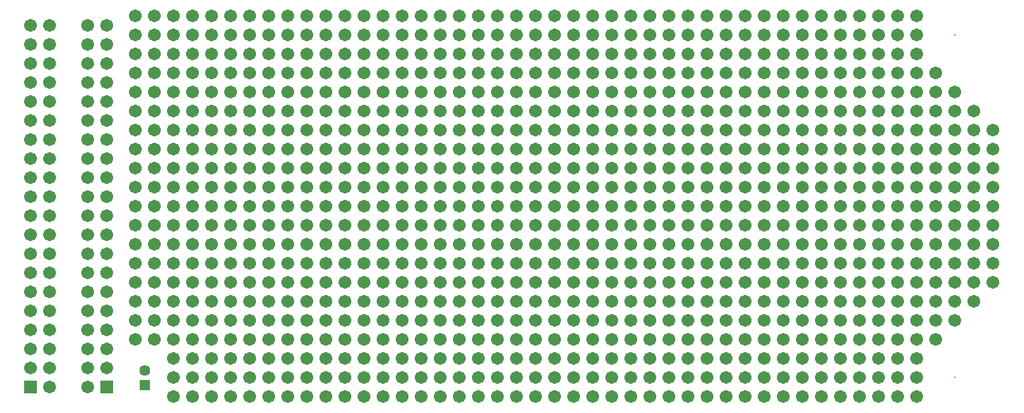
<source format=gts>
G04*
G04 #@! TF.GenerationSoftware,Altium Limited,Altium Designer,21.9.1 (22)*
G04*
G04 Layer_Color=8388736*
%FSLAX25Y25*%
%MOIN*%
G70*
G04*
G04 #@! TF.SameCoordinates,86BB2744-E3F5-4ECB-9631-A9D74316A694*
G04*
G04*
G04 #@! TF.FilePolarity,Negative*
G04*
G01*
G75*
%ADD15C,0.06706*%
%ADD16R,0.06706X0.06706*%
%ADD17C,0.05721*%
%ADD18R,0.05721X0.05721*%
%ADD19C,0.00800*%
D15*
X585000Y155000D02*
D03*
X595000D02*
D03*
X585000Y145000D02*
D03*
Y195000D02*
D03*
X595000D02*
D03*
Y185000D02*
D03*
X585000D02*
D03*
Y165000D02*
D03*
X595000D02*
D03*
Y175000D02*
D03*
X585000D02*
D03*
Y235000D02*
D03*
X595000D02*
D03*
Y225000D02*
D03*
X585000D02*
D03*
Y205000D02*
D03*
X595000D02*
D03*
Y215000D02*
D03*
X585000D02*
D03*
Y275000D02*
D03*
X595000D02*
D03*
Y265000D02*
D03*
X585000D02*
D03*
Y245000D02*
D03*
X595000D02*
D03*
Y255000D02*
D03*
X585000D02*
D03*
Y285000D02*
D03*
X605000Y255000D02*
D03*
X615000D02*
D03*
Y245000D02*
D03*
X605000D02*
D03*
Y265000D02*
D03*
Y215000D02*
D03*
X615000D02*
D03*
Y205000D02*
D03*
X605000D02*
D03*
Y225000D02*
D03*
X615000D02*
D03*
Y235000D02*
D03*
X605000D02*
D03*
Y175000D02*
D03*
X615000D02*
D03*
X605000Y165000D02*
D03*
Y185000D02*
D03*
X615000D02*
D03*
Y195000D02*
D03*
X605000D02*
D03*
X545000Y155000D02*
D03*
X555000D02*
D03*
Y145000D02*
D03*
X545000D02*
D03*
Y195000D02*
D03*
X555000D02*
D03*
Y185000D02*
D03*
X545000D02*
D03*
Y165000D02*
D03*
X555000D02*
D03*
Y175000D02*
D03*
X545000D02*
D03*
Y235000D02*
D03*
X555000D02*
D03*
Y225000D02*
D03*
X545000D02*
D03*
Y205000D02*
D03*
X555000D02*
D03*
Y215000D02*
D03*
X545000D02*
D03*
Y275000D02*
D03*
X555000D02*
D03*
Y265000D02*
D03*
X545000D02*
D03*
Y245000D02*
D03*
X555000D02*
D03*
Y255000D02*
D03*
X545000D02*
D03*
Y295000D02*
D03*
X555000D02*
D03*
Y285000D02*
D03*
X545000D02*
D03*
Y305000D02*
D03*
X555000D02*
D03*
Y315000D02*
D03*
X545000D02*
D03*
Y135000D02*
D03*
X555000D02*
D03*
Y125000D02*
D03*
X545000D02*
D03*
X555000Y115000D02*
D03*
X545000D02*
D03*
X565000D02*
D03*
X575000D02*
D03*
X565000Y125000D02*
D03*
X575000D02*
D03*
Y135000D02*
D03*
X565000D02*
D03*
Y315000D02*
D03*
X575000D02*
D03*
Y305000D02*
D03*
X565000D02*
D03*
Y285000D02*
D03*
X575000D02*
D03*
Y295000D02*
D03*
X565000D02*
D03*
Y255000D02*
D03*
X575000D02*
D03*
Y245000D02*
D03*
X565000D02*
D03*
Y265000D02*
D03*
X575000D02*
D03*
Y275000D02*
D03*
X565000D02*
D03*
Y215000D02*
D03*
X575000D02*
D03*
Y205000D02*
D03*
X565000D02*
D03*
Y225000D02*
D03*
X575000D02*
D03*
Y235000D02*
D03*
X565000D02*
D03*
Y175000D02*
D03*
X575000D02*
D03*
Y165000D02*
D03*
X565000D02*
D03*
Y185000D02*
D03*
X575000D02*
D03*
Y195000D02*
D03*
X565000D02*
D03*
Y145000D02*
D03*
X575000D02*
D03*
Y155000D02*
D03*
X565000D02*
D03*
X505000D02*
D03*
X515000D02*
D03*
Y145000D02*
D03*
X505000D02*
D03*
Y195000D02*
D03*
X515000D02*
D03*
Y185000D02*
D03*
X505000D02*
D03*
Y165000D02*
D03*
X515000D02*
D03*
Y175000D02*
D03*
X505000D02*
D03*
Y235000D02*
D03*
X515000D02*
D03*
Y225000D02*
D03*
X505000D02*
D03*
Y205000D02*
D03*
X515000D02*
D03*
Y215000D02*
D03*
X505000D02*
D03*
Y275000D02*
D03*
X515000D02*
D03*
Y265000D02*
D03*
X505000D02*
D03*
Y245000D02*
D03*
X515000D02*
D03*
Y255000D02*
D03*
X505000D02*
D03*
Y295000D02*
D03*
X515000D02*
D03*
Y285000D02*
D03*
X505000D02*
D03*
Y305000D02*
D03*
X515000D02*
D03*
Y315000D02*
D03*
X505000D02*
D03*
Y135000D02*
D03*
X515000D02*
D03*
Y125000D02*
D03*
X505000D02*
D03*
X515000Y115000D02*
D03*
X505000D02*
D03*
X525000D02*
D03*
X535000D02*
D03*
X525000Y125000D02*
D03*
X535000D02*
D03*
Y135000D02*
D03*
X525000D02*
D03*
Y315000D02*
D03*
X535000D02*
D03*
Y305000D02*
D03*
X525000D02*
D03*
Y285000D02*
D03*
X535000D02*
D03*
Y295000D02*
D03*
X525000D02*
D03*
Y255000D02*
D03*
X535000D02*
D03*
Y245000D02*
D03*
X525000D02*
D03*
Y265000D02*
D03*
X535000D02*
D03*
Y275000D02*
D03*
X525000D02*
D03*
Y215000D02*
D03*
X535000D02*
D03*
Y205000D02*
D03*
X525000D02*
D03*
Y225000D02*
D03*
X535000D02*
D03*
Y235000D02*
D03*
X525000D02*
D03*
Y175000D02*
D03*
X535000D02*
D03*
Y165000D02*
D03*
X525000D02*
D03*
Y185000D02*
D03*
X535000D02*
D03*
Y195000D02*
D03*
X525000D02*
D03*
Y145000D02*
D03*
X535000D02*
D03*
Y155000D02*
D03*
X525000D02*
D03*
X465000D02*
D03*
X475000D02*
D03*
Y145000D02*
D03*
X465000D02*
D03*
Y195000D02*
D03*
X475000D02*
D03*
Y185000D02*
D03*
X465000D02*
D03*
Y165000D02*
D03*
X475000D02*
D03*
Y175000D02*
D03*
X465000D02*
D03*
Y235000D02*
D03*
X475000D02*
D03*
Y225000D02*
D03*
X465000D02*
D03*
Y205000D02*
D03*
X475000D02*
D03*
Y215000D02*
D03*
X465000D02*
D03*
Y275000D02*
D03*
X475000D02*
D03*
Y265000D02*
D03*
X465000D02*
D03*
Y245000D02*
D03*
X475000D02*
D03*
Y255000D02*
D03*
X465000D02*
D03*
Y295000D02*
D03*
X475000D02*
D03*
Y285000D02*
D03*
X465000D02*
D03*
Y305000D02*
D03*
X475000D02*
D03*
Y315000D02*
D03*
X465000D02*
D03*
Y135000D02*
D03*
X475000D02*
D03*
Y125000D02*
D03*
X465000D02*
D03*
X475000Y115000D02*
D03*
X465000D02*
D03*
X485000D02*
D03*
X495000D02*
D03*
X485000Y125000D02*
D03*
X495000D02*
D03*
Y135000D02*
D03*
X485000D02*
D03*
Y315000D02*
D03*
X495000D02*
D03*
Y305000D02*
D03*
X485000D02*
D03*
Y285000D02*
D03*
X495000D02*
D03*
Y295000D02*
D03*
X485000D02*
D03*
Y255000D02*
D03*
X495000D02*
D03*
Y245000D02*
D03*
X485000D02*
D03*
Y265000D02*
D03*
X495000D02*
D03*
Y275000D02*
D03*
X485000D02*
D03*
Y215000D02*
D03*
X495000D02*
D03*
Y205000D02*
D03*
X485000D02*
D03*
Y225000D02*
D03*
X495000D02*
D03*
Y235000D02*
D03*
X485000D02*
D03*
Y175000D02*
D03*
X495000D02*
D03*
Y165000D02*
D03*
X485000D02*
D03*
Y185000D02*
D03*
X495000D02*
D03*
Y195000D02*
D03*
X485000D02*
D03*
Y145000D02*
D03*
X495000D02*
D03*
Y155000D02*
D03*
X485000D02*
D03*
X425000D02*
D03*
X435000D02*
D03*
Y145000D02*
D03*
X425000D02*
D03*
Y195000D02*
D03*
X435000D02*
D03*
Y185000D02*
D03*
X425000D02*
D03*
Y165000D02*
D03*
X435000D02*
D03*
Y175000D02*
D03*
X425000D02*
D03*
Y235000D02*
D03*
X435000D02*
D03*
Y225000D02*
D03*
X425000D02*
D03*
Y205000D02*
D03*
X435000D02*
D03*
Y215000D02*
D03*
X425000D02*
D03*
Y275000D02*
D03*
X435000D02*
D03*
Y265000D02*
D03*
X425000D02*
D03*
Y245000D02*
D03*
X435000D02*
D03*
Y255000D02*
D03*
X425000D02*
D03*
Y295000D02*
D03*
X435000D02*
D03*
Y285000D02*
D03*
X425000D02*
D03*
Y305000D02*
D03*
X435000D02*
D03*
Y315000D02*
D03*
X425000D02*
D03*
Y135000D02*
D03*
X435000D02*
D03*
Y125000D02*
D03*
X425000D02*
D03*
X435000Y115000D02*
D03*
X425000D02*
D03*
X445000D02*
D03*
X455000D02*
D03*
X445000Y125000D02*
D03*
X455000D02*
D03*
Y135000D02*
D03*
X445000D02*
D03*
Y315000D02*
D03*
X455000D02*
D03*
Y305000D02*
D03*
X445000D02*
D03*
Y285000D02*
D03*
X455000D02*
D03*
Y295000D02*
D03*
X445000D02*
D03*
Y255000D02*
D03*
X455000D02*
D03*
Y245000D02*
D03*
X445000D02*
D03*
Y265000D02*
D03*
X455000D02*
D03*
Y275000D02*
D03*
X445000D02*
D03*
Y215000D02*
D03*
X455000D02*
D03*
Y205000D02*
D03*
X445000D02*
D03*
Y225000D02*
D03*
X455000D02*
D03*
Y235000D02*
D03*
X445000D02*
D03*
Y175000D02*
D03*
X455000D02*
D03*
Y165000D02*
D03*
X445000D02*
D03*
Y185000D02*
D03*
X455000D02*
D03*
Y195000D02*
D03*
X445000D02*
D03*
Y145000D02*
D03*
X455000D02*
D03*
Y155000D02*
D03*
X445000D02*
D03*
X385000D02*
D03*
X395000D02*
D03*
Y145000D02*
D03*
X385000D02*
D03*
Y195000D02*
D03*
X395000D02*
D03*
Y185000D02*
D03*
X385000D02*
D03*
Y165000D02*
D03*
X395000D02*
D03*
Y175000D02*
D03*
X385000D02*
D03*
Y235000D02*
D03*
X395000D02*
D03*
Y225000D02*
D03*
X385000D02*
D03*
Y205000D02*
D03*
X395000D02*
D03*
Y215000D02*
D03*
X385000D02*
D03*
Y275000D02*
D03*
X395000D02*
D03*
Y265000D02*
D03*
X385000D02*
D03*
Y245000D02*
D03*
X395000D02*
D03*
Y255000D02*
D03*
X385000D02*
D03*
Y295000D02*
D03*
X395000D02*
D03*
Y285000D02*
D03*
X385000D02*
D03*
Y305000D02*
D03*
X395000D02*
D03*
Y315000D02*
D03*
X385000D02*
D03*
Y135000D02*
D03*
X395000D02*
D03*
Y125000D02*
D03*
X385000D02*
D03*
X395000Y115000D02*
D03*
X385000D02*
D03*
X405000D02*
D03*
X415000D02*
D03*
X405000Y125000D02*
D03*
X415000D02*
D03*
Y135000D02*
D03*
X405000D02*
D03*
Y315000D02*
D03*
X415000D02*
D03*
Y305000D02*
D03*
X405000D02*
D03*
Y285000D02*
D03*
X415000D02*
D03*
Y295000D02*
D03*
X405000D02*
D03*
Y255000D02*
D03*
X415000D02*
D03*
Y245000D02*
D03*
X405000D02*
D03*
Y265000D02*
D03*
X415000D02*
D03*
Y275000D02*
D03*
X405000D02*
D03*
Y215000D02*
D03*
X415000D02*
D03*
Y205000D02*
D03*
X405000D02*
D03*
Y225000D02*
D03*
X415000D02*
D03*
Y235000D02*
D03*
X405000D02*
D03*
Y175000D02*
D03*
X415000D02*
D03*
Y165000D02*
D03*
X405000D02*
D03*
Y185000D02*
D03*
X415000D02*
D03*
Y195000D02*
D03*
X405000D02*
D03*
Y145000D02*
D03*
X415000D02*
D03*
Y155000D02*
D03*
X405000D02*
D03*
X345000D02*
D03*
X355000D02*
D03*
Y145000D02*
D03*
X345000D02*
D03*
Y195000D02*
D03*
X355000D02*
D03*
Y185000D02*
D03*
X345000D02*
D03*
Y165000D02*
D03*
X355000D02*
D03*
Y175000D02*
D03*
X345000D02*
D03*
Y235000D02*
D03*
X355000D02*
D03*
Y225000D02*
D03*
X345000D02*
D03*
Y205000D02*
D03*
X355000D02*
D03*
Y215000D02*
D03*
X345000D02*
D03*
Y275000D02*
D03*
X355000D02*
D03*
Y265000D02*
D03*
X345000D02*
D03*
Y245000D02*
D03*
X355000D02*
D03*
Y255000D02*
D03*
X345000D02*
D03*
Y295000D02*
D03*
X355000D02*
D03*
Y285000D02*
D03*
X345000D02*
D03*
Y305000D02*
D03*
X355000D02*
D03*
Y315000D02*
D03*
X345000D02*
D03*
Y135000D02*
D03*
X355000D02*
D03*
Y125000D02*
D03*
X345000D02*
D03*
X355000Y115000D02*
D03*
X345000D02*
D03*
X365000D02*
D03*
X375000D02*
D03*
X365000Y125000D02*
D03*
X375000D02*
D03*
Y135000D02*
D03*
X365000D02*
D03*
Y315000D02*
D03*
X375000D02*
D03*
Y305000D02*
D03*
X365000D02*
D03*
Y285000D02*
D03*
X375000D02*
D03*
Y295000D02*
D03*
X365000D02*
D03*
Y255000D02*
D03*
X375000D02*
D03*
Y245000D02*
D03*
X365000D02*
D03*
Y265000D02*
D03*
X375000D02*
D03*
Y275000D02*
D03*
X365000D02*
D03*
Y215000D02*
D03*
X375000D02*
D03*
Y205000D02*
D03*
X365000D02*
D03*
Y225000D02*
D03*
X375000D02*
D03*
Y235000D02*
D03*
X365000D02*
D03*
Y175000D02*
D03*
X375000D02*
D03*
Y165000D02*
D03*
X365000D02*
D03*
Y185000D02*
D03*
X375000D02*
D03*
Y195000D02*
D03*
X365000D02*
D03*
Y145000D02*
D03*
X375000D02*
D03*
Y155000D02*
D03*
X365000D02*
D03*
X305000D02*
D03*
X315000D02*
D03*
Y145000D02*
D03*
X305000D02*
D03*
Y195000D02*
D03*
X315000D02*
D03*
Y185000D02*
D03*
X305000D02*
D03*
Y165000D02*
D03*
X315000D02*
D03*
Y175000D02*
D03*
X305000D02*
D03*
Y235000D02*
D03*
X315000D02*
D03*
Y225000D02*
D03*
X305000D02*
D03*
Y205000D02*
D03*
X315000D02*
D03*
Y215000D02*
D03*
X305000D02*
D03*
Y275000D02*
D03*
X315000D02*
D03*
Y265000D02*
D03*
X305000D02*
D03*
Y245000D02*
D03*
X315000D02*
D03*
Y255000D02*
D03*
X305000D02*
D03*
Y295000D02*
D03*
X315000D02*
D03*
Y285000D02*
D03*
X305000D02*
D03*
Y305000D02*
D03*
X315000D02*
D03*
Y315000D02*
D03*
X305000D02*
D03*
Y135000D02*
D03*
X315000D02*
D03*
Y125000D02*
D03*
X305000D02*
D03*
X315000Y115000D02*
D03*
X305000D02*
D03*
X325000D02*
D03*
X335000D02*
D03*
X325000Y125000D02*
D03*
X335000D02*
D03*
Y135000D02*
D03*
X325000D02*
D03*
Y315000D02*
D03*
X335000D02*
D03*
Y305000D02*
D03*
X325000D02*
D03*
Y285000D02*
D03*
X335000D02*
D03*
Y295000D02*
D03*
X325000D02*
D03*
Y255000D02*
D03*
X335000D02*
D03*
Y245000D02*
D03*
X325000D02*
D03*
Y265000D02*
D03*
X335000D02*
D03*
Y275000D02*
D03*
X325000D02*
D03*
Y215000D02*
D03*
X335000D02*
D03*
Y205000D02*
D03*
X325000D02*
D03*
Y225000D02*
D03*
X335000D02*
D03*
Y235000D02*
D03*
X325000D02*
D03*
Y175000D02*
D03*
X335000D02*
D03*
Y165000D02*
D03*
X325000D02*
D03*
Y185000D02*
D03*
X335000D02*
D03*
Y195000D02*
D03*
X325000D02*
D03*
Y145000D02*
D03*
X335000D02*
D03*
Y155000D02*
D03*
X325000D02*
D03*
X265000D02*
D03*
X275000D02*
D03*
Y145000D02*
D03*
X265000D02*
D03*
Y195000D02*
D03*
X275000D02*
D03*
Y185000D02*
D03*
X265000D02*
D03*
Y165000D02*
D03*
X275000D02*
D03*
Y175000D02*
D03*
X265000D02*
D03*
Y235000D02*
D03*
X275000D02*
D03*
Y225000D02*
D03*
X265000D02*
D03*
Y205000D02*
D03*
X275000D02*
D03*
Y215000D02*
D03*
X265000D02*
D03*
Y275000D02*
D03*
X275000D02*
D03*
Y265000D02*
D03*
X265000D02*
D03*
Y245000D02*
D03*
X275000D02*
D03*
Y255000D02*
D03*
X265000D02*
D03*
Y295000D02*
D03*
X275000D02*
D03*
Y285000D02*
D03*
X265000D02*
D03*
Y305000D02*
D03*
X275000D02*
D03*
Y315000D02*
D03*
X265000D02*
D03*
Y135000D02*
D03*
X275000D02*
D03*
Y125000D02*
D03*
X265000D02*
D03*
X275000Y115000D02*
D03*
X265000D02*
D03*
X285000D02*
D03*
X295000D02*
D03*
X285000Y125000D02*
D03*
X295000D02*
D03*
Y135000D02*
D03*
X285000D02*
D03*
Y315000D02*
D03*
X295000D02*
D03*
Y305000D02*
D03*
X285000D02*
D03*
Y285000D02*
D03*
X295000D02*
D03*
Y295000D02*
D03*
X285000D02*
D03*
Y255000D02*
D03*
X295000D02*
D03*
Y245000D02*
D03*
X285000D02*
D03*
Y265000D02*
D03*
X295000D02*
D03*
Y275000D02*
D03*
X285000D02*
D03*
Y215000D02*
D03*
X295000D02*
D03*
Y205000D02*
D03*
X285000D02*
D03*
Y225000D02*
D03*
X295000D02*
D03*
Y235000D02*
D03*
X285000D02*
D03*
Y175000D02*
D03*
X295000D02*
D03*
Y165000D02*
D03*
X285000D02*
D03*
Y185000D02*
D03*
X295000D02*
D03*
Y195000D02*
D03*
X285000D02*
D03*
Y145000D02*
D03*
X295000D02*
D03*
Y155000D02*
D03*
X285000D02*
D03*
X225000D02*
D03*
X235000D02*
D03*
Y145000D02*
D03*
X225000D02*
D03*
Y195000D02*
D03*
X235000D02*
D03*
Y185000D02*
D03*
X225000D02*
D03*
Y165000D02*
D03*
X235000D02*
D03*
Y175000D02*
D03*
X225000D02*
D03*
Y235000D02*
D03*
X235000D02*
D03*
Y225000D02*
D03*
X225000D02*
D03*
Y205000D02*
D03*
X235000D02*
D03*
Y215000D02*
D03*
X225000D02*
D03*
Y275000D02*
D03*
X235000D02*
D03*
Y265000D02*
D03*
X225000D02*
D03*
Y245000D02*
D03*
X235000D02*
D03*
Y255000D02*
D03*
X225000D02*
D03*
Y295000D02*
D03*
X235000D02*
D03*
Y285000D02*
D03*
X225000D02*
D03*
Y305000D02*
D03*
X235000D02*
D03*
Y315000D02*
D03*
X225000D02*
D03*
Y135000D02*
D03*
X235000D02*
D03*
Y125000D02*
D03*
X225000D02*
D03*
X235000Y115000D02*
D03*
X225000D02*
D03*
X245000D02*
D03*
X255000D02*
D03*
X245000Y125000D02*
D03*
X255000D02*
D03*
Y135000D02*
D03*
X245000D02*
D03*
Y315000D02*
D03*
X255000D02*
D03*
Y305000D02*
D03*
X245000D02*
D03*
Y285000D02*
D03*
X255000D02*
D03*
Y295000D02*
D03*
X245000D02*
D03*
Y255000D02*
D03*
X255000D02*
D03*
Y245000D02*
D03*
X245000D02*
D03*
Y265000D02*
D03*
X255000D02*
D03*
Y275000D02*
D03*
X245000D02*
D03*
Y215000D02*
D03*
X255000D02*
D03*
Y205000D02*
D03*
X245000D02*
D03*
Y225000D02*
D03*
X255000D02*
D03*
Y235000D02*
D03*
X245000D02*
D03*
Y175000D02*
D03*
X255000D02*
D03*
Y165000D02*
D03*
X245000D02*
D03*
Y185000D02*
D03*
X255000D02*
D03*
Y195000D02*
D03*
X245000D02*
D03*
Y145000D02*
D03*
X255000D02*
D03*
Y155000D02*
D03*
X245000D02*
D03*
X205000D02*
D03*
X215000D02*
D03*
Y145000D02*
D03*
X205000D02*
D03*
Y195000D02*
D03*
X215000D02*
D03*
Y185000D02*
D03*
X205000D02*
D03*
Y165000D02*
D03*
X215000D02*
D03*
Y175000D02*
D03*
X205000D02*
D03*
Y235000D02*
D03*
X215000D02*
D03*
Y225000D02*
D03*
X205000D02*
D03*
Y205000D02*
D03*
X215000D02*
D03*
Y215000D02*
D03*
X205000D02*
D03*
Y275000D02*
D03*
X215000D02*
D03*
Y265000D02*
D03*
X205000D02*
D03*
Y245000D02*
D03*
X215000D02*
D03*
Y255000D02*
D03*
X205000D02*
D03*
Y295000D02*
D03*
X215000D02*
D03*
Y285000D02*
D03*
X205000D02*
D03*
Y305000D02*
D03*
X215000D02*
D03*
Y315000D02*
D03*
X205000D02*
D03*
Y135000D02*
D03*
X215000D02*
D03*
Y125000D02*
D03*
X205000D02*
D03*
X215000Y115000D02*
D03*
X205000D02*
D03*
X185000D02*
D03*
X195000D02*
D03*
X185000Y125000D02*
D03*
X195000D02*
D03*
Y135000D02*
D03*
X185000D02*
D03*
Y315000D02*
D03*
X195000D02*
D03*
Y305000D02*
D03*
X185000D02*
D03*
Y285000D02*
D03*
X195000D02*
D03*
Y295000D02*
D03*
X185000D02*
D03*
Y255000D02*
D03*
X195000D02*
D03*
Y245000D02*
D03*
X185000D02*
D03*
Y265000D02*
D03*
X195000D02*
D03*
Y275000D02*
D03*
X185000D02*
D03*
Y215000D02*
D03*
X195000D02*
D03*
Y205000D02*
D03*
X185000D02*
D03*
Y225000D02*
D03*
X195000D02*
D03*
Y235000D02*
D03*
X185000D02*
D03*
Y175000D02*
D03*
X195000D02*
D03*
Y165000D02*
D03*
X185000D02*
D03*
Y185000D02*
D03*
X195000D02*
D03*
Y195000D02*
D03*
X185000D02*
D03*
Y145000D02*
D03*
X195000D02*
D03*
Y155000D02*
D03*
X185000D02*
D03*
X165000D02*
D03*
X175000D02*
D03*
Y145000D02*
D03*
X165000D02*
D03*
Y195000D02*
D03*
X175000D02*
D03*
Y185000D02*
D03*
X165000D02*
D03*
Y165000D02*
D03*
X175000D02*
D03*
Y175000D02*
D03*
X165000D02*
D03*
Y235000D02*
D03*
X175000D02*
D03*
Y225000D02*
D03*
X165000D02*
D03*
Y205000D02*
D03*
X175000D02*
D03*
Y215000D02*
D03*
X165000D02*
D03*
Y275000D02*
D03*
X175000D02*
D03*
Y265000D02*
D03*
X165000D02*
D03*
Y245000D02*
D03*
X175000D02*
D03*
Y255000D02*
D03*
X165000D02*
D03*
Y295000D02*
D03*
X175000D02*
D03*
Y285000D02*
D03*
X165000D02*
D03*
Y305000D02*
D03*
X175000D02*
D03*
Y315000D02*
D03*
X165000D02*
D03*
X120000Y120000D02*
D03*
X110000Y130000D02*
D03*
X120000D02*
D03*
X110000Y140000D02*
D03*
X120000D02*
D03*
X110000Y150000D02*
D03*
X120000D02*
D03*
X110000Y160000D02*
D03*
X120000D02*
D03*
X110000Y170000D02*
D03*
X120000D02*
D03*
X110000Y180000D02*
D03*
X120000D02*
D03*
X110000Y190000D02*
D03*
X120000D02*
D03*
X110000Y200000D02*
D03*
X120000D02*
D03*
X110000Y210000D02*
D03*
X120000D02*
D03*
X110000Y220000D02*
D03*
X120000D02*
D03*
X110000Y230000D02*
D03*
X120000D02*
D03*
X110000Y240000D02*
D03*
X120000D02*
D03*
X110000Y250000D02*
D03*
X120000D02*
D03*
X110000Y260000D02*
D03*
X120000D02*
D03*
X110000Y270000D02*
D03*
X120000D02*
D03*
X110000Y280000D02*
D03*
X120000D02*
D03*
X110000Y290000D02*
D03*
X120000D02*
D03*
X110000Y300000D02*
D03*
X120000D02*
D03*
X110000Y310000D02*
D03*
X120000D02*
D03*
X140000D02*
D03*
X150000D02*
D03*
X140000Y300000D02*
D03*
X150000D02*
D03*
X140000Y290000D02*
D03*
X150000D02*
D03*
X140000Y280000D02*
D03*
X150000D02*
D03*
X140000Y270000D02*
D03*
X150000D02*
D03*
X140000Y260000D02*
D03*
X150000D02*
D03*
X140000Y250000D02*
D03*
X150000D02*
D03*
X140000Y240000D02*
D03*
X150000D02*
D03*
X140000Y230000D02*
D03*
X150000D02*
D03*
X140000Y220000D02*
D03*
X150000D02*
D03*
X140000Y210000D02*
D03*
X150000D02*
D03*
X140000Y200000D02*
D03*
X150000D02*
D03*
X140000Y190000D02*
D03*
X150000D02*
D03*
X140000Y180000D02*
D03*
X150000D02*
D03*
X140000Y170000D02*
D03*
X150000D02*
D03*
X140000Y160000D02*
D03*
X150000D02*
D03*
X140000Y150000D02*
D03*
X150000D02*
D03*
X140000Y140000D02*
D03*
X150000D02*
D03*
X140000Y130000D02*
D03*
X150000D02*
D03*
X140000Y120000D02*
D03*
D16*
X110000D02*
D03*
X150000D02*
D03*
D17*
X170000Y128937D02*
D03*
D18*
X170000Y121063D02*
D03*
D19*
X595000Y125000D02*
D03*
Y305000D02*
D03*
M02*

</source>
